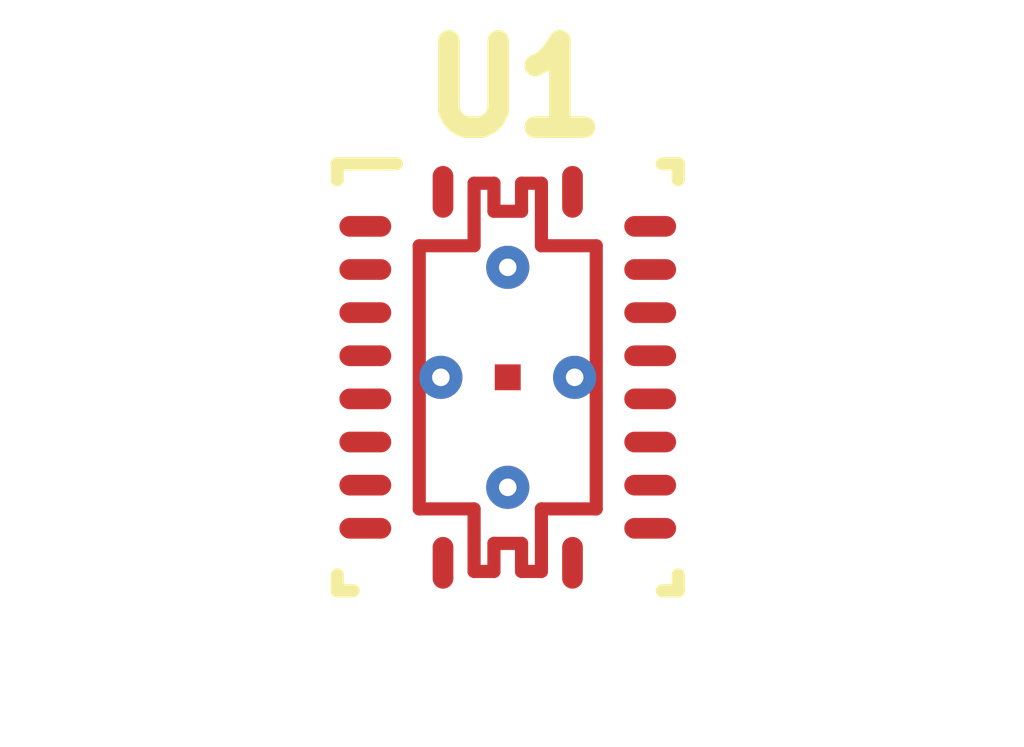
<source format=kicad_pcb>
(kicad_pcb (version 20171130) (host pcbnew 5.1.8-db9833491~88~ubuntu20.04.1)

  (general
    (thickness 1.6)
    (drawings 0)
    (tracks 0)
    (zones 0)
    (modules 1)
    (nets 1)
  )

  (page A4)
  (title_block
    (title "Boost DC Converter TPS61088RHLR Development Board")
    (date 2020-11-26)
    (rev V1.0)
    (company "Embedded System Labs")
  )

  (layers
    (0 F.Cu signal)
    (31 B.Cu signal)
    (32 B.Adhes user)
    (33 F.Adhes user)
    (34 B.Paste user)
    (35 F.Paste user)
    (36 B.SilkS user)
    (37 F.SilkS user)
    (38 B.Mask user)
    (39 F.Mask user)
    (40 Dwgs.User user)
    (41 Cmts.User user)
    (42 Eco1.User user)
    (43 Eco2.User user)
    (44 Edge.Cuts user)
    (45 Margin user)
    (46 B.CrtYd user)
    (47 F.CrtYd user)
    (48 B.Fab user)
    (49 F.Fab user)
  )

  (setup
    (last_trace_width 0.25)
    (trace_clearance 0.2)
    (zone_clearance 0.508)
    (zone_45_only no)
    (trace_min 0.2)
    (via_size 0.8)
    (via_drill 0.4)
    (via_min_size 0.4)
    (via_min_drill 0.3)
    (uvia_size 0.3)
    (uvia_drill 0.1)
    (uvias_allowed no)
    (uvia_min_size 0.2)
    (uvia_min_drill 0.1)
    (edge_width 0.05)
    (segment_width 0.2)
    (pcb_text_width 0.3)
    (pcb_text_size 1.5 1.5)
    (mod_edge_width 0.12)
    (mod_text_size 1 1)
    (mod_text_width 0.15)
    (pad_size 1.524 1.524)
    (pad_drill 0.762)
    (pad_to_mask_clearance 0)
    (aux_axis_origin 0 0)
    (visible_elements FFFFFF7F)
    (pcbplotparams
      (layerselection 0x010fc_ffffffff)
      (usegerberextensions false)
      (usegerberattributes true)
      (usegerberadvancedattributes true)
      (creategerberjobfile true)
      (excludeedgelayer true)
      (linewidth 0.100000)
      (plotframeref false)
      (viasonmask false)
      (mode 1)
      (useauxorigin false)
      (hpglpennumber 1)
      (hpglpenspeed 20)
      (hpglpendiameter 15.000000)
      (psnegative false)
      (psa4output false)
      (plotreference true)
      (plotvalue true)
      (plotinvisibletext false)
      (padsonsilk false)
      (subtractmaskfromsilk false)
      (outputformat 1)
      (mirror false)
      (drillshape 1)
      (scaleselection 1)
      (outputdirectory ""))
  )

  (net 0 "")

  (net_class Default "This is the default net class."
    (clearance 0.2)
    (trace_width 0.25)
    (via_dia 0.8)
    (via_drill 0.4)
    (uvia_dia 0.3)
    (uvia_drill 0.1)
  )

  (module Switching:TPS61088RHLR (layer F.Cu) (tedit 5FBFEEC0) (tstamp 5FC00F37)
    (at 148.85 99.02)
    (path /5FC00B81)
    (fp_text reference U1 (at 0.08 -3.35) (layer F.SilkS)
      (effects (font (size 1 1) (thickness 0.25)))
    )
    (fp_text value TPS61088RHLR (at 0.34 3.26) (layer F.SilkS) hide
      (effects (font (size 1 1) (thickness 0.15)))
    )
    (fp_circle (center -0.750001 -1.775) (end -0.450002 -1.775) (layer F.Fab) (width 0.1524))
    (fp_line (start 0.390078 -2.249998) (end 0.160078 -2.249998) (layer F.Cu) (width 0.1524))
    (fp_line (start 0.390081 -1.524925) (end 0.390078 -2.249998) (layer F.Cu) (width 0.1524))
    (fp_line (start 1.025081 -1.524925) (end 0.390081 -1.524925) (layer F.Cu) (width 0.1524))
    (fp_line (start 1.025081 1.525082) (end 1.025081 -1.524925) (layer F.Cu) (width 0.1524))
    (fp_line (start 0.390081 1.525082) (end 1.025081 1.525082) (layer F.Cu) (width 0.1524))
    (fp_line (start 0.390078 2.250006) (end 0.390081 1.525082) (layer F.Cu) (width 0.1524))
    (fp_line (start 0.160078 2.250006) (end 0.390078 2.250006) (layer F.Cu) (width 0.1524))
    (fp_line (start 0.160081 1.925081) (end 0.160078 2.250006) (layer F.Cu) (width 0.1524))
    (fp_line (start -0.159918 1.925081) (end 0.160081 1.925081) (layer F.Cu) (width 0.1524))
    (fp_line (start -0.159921 2.250003) (end -0.159918 1.925081) (layer F.Cu) (width 0.1524))
    (fp_line (start -0.38992 2.250003) (end -0.159921 2.250003) (layer F.Cu) (width 0.1524))
    (fp_line (start -0.389918 1.525082) (end -0.38992 2.250003) (layer F.Cu) (width 0.1524))
    (fp_line (start -1.024918 1.525082) (end -0.389918 1.525082) (layer F.Cu) (width 0.1524))
    (fp_line (start -1.024918 -1.524925) (end -1.024918 1.525082) (layer F.Cu) (width 0.1524))
    (fp_line (start -0.389918 -1.524925) (end -1.024918 -1.524925) (layer F.Cu) (width 0.1524))
    (fp_line (start -0.38992 -2.249996) (end -0.389918 -1.524925) (layer F.Cu) (width 0.1524))
    (fp_line (start -0.159921 -2.249996) (end -0.38992 -2.249996) (layer F.Cu) (width 0.1524))
    (fp_line (start -0.159918 -1.924924) (end -0.159921 -2.249996) (layer F.Cu) (width 0.1524))
    (fp_line (start 0.160081 -1.924924) (end -0.159918 -1.924924) (layer F.Cu) (width 0.1524))
    (fp_line (start 0.160078 -2.249998) (end 0.160081 -1.924924) (layer F.Cu) (width 0.1524))
    (fp_line (start -0.389918 1.627998) (end -0.389918 1.924997) (layer F.Paste) (width 0.1524))
    (fp_line (start 0.390083 1.627998) (end -0.389918 1.627998) (layer F.Paste) (width 0.1524))
    (fp_line (start 0.390083 1.924997) (end 0.390083 1.627998) (layer F.Paste) (width 0.1524))
    (fp_line (start -0.389918 1.924997) (end 0.390083 1.924997) (layer F.Paste) (width 0.1524))
    (fp_line (start -0.389918 -1.925) (end -0.389918 -1.628) (layer F.Paste) (width 0.1524))
    (fp_line (start 0.390083 -1.925) (end -0.389918 -1.925) (layer F.Paste) (width 0.1524))
    (fp_line (start 0.390083 -1.628) (end 0.390083 -1.925) (layer F.Paste) (width 0.1524))
    (fp_line (start -0.389918 -1.628) (end 0.390083 -1.628) (layer F.Paste) (width 0.1524))
    (fp_line (start 0.1 -1.428001) (end 0.1 -0.1) (layer F.Paste) (width 0.1524))
    (fp_line (start 1.017001 -1.428001) (end 0.1 -1.428001) (layer F.Paste) (width 0.1524))
    (fp_line (start 1.017001 -0.1) (end 1.017001 -1.428001) (layer F.Paste) (width 0.1524))
    (fp_line (start 0.1 -0.1) (end 1.017001 -0.1) (layer F.Paste) (width 0.1524))
    (fp_line (start -0.1 -0.1) (end -0.1 -1.428001) (layer F.Paste) (width 0.1524))
    (fp_line (start -1.017001 -0.1) (end -0.1 -0.1) (layer F.Paste) (width 0.1524))
    (fp_line (start -1.017001 -1.428001) (end -1.017001 -0.1) (layer F.Paste) (width 0.1524))
    (fp_line (start -0.1 -1.428001) (end -1.017001 -1.428001) (layer F.Paste) (width 0.1524))
    (fp_line (start -0.1 1.427998) (end -0.1 0.099997) (layer F.Paste) (width 0.1524))
    (fp_line (start -1.017001 1.427998) (end -0.1 1.427998) (layer F.Paste) (width 0.1524))
    (fp_line (start -1.017001 0.099997) (end -1.017001 1.427998) (layer F.Paste) (width 0.1524))
    (fp_line (start -0.1 0.099997) (end -1.017001 0.099997) (layer F.Paste) (width 0.1524))
    (fp_line (start 0.1 0.099997) (end 0.1 1.427998) (layer F.Paste) (width 0.1524))
    (fp_line (start 1.017001 0.099997) (end 0.1 0.099997) (layer F.Paste) (width 0.1524))
    (fp_line (start 1.017001 1.427998) (end 1.017001 0.099997) (layer F.Paste) (width 0.1524))
    (fp_line (start 0.1 1.427998) (end 1.017001 1.427998) (layer F.Paste) (width 0.1524))
    (fp_line (start 1.825081 2.32508) (end 1.825081 -2.32492) (layer F.Fab) (width 0.1524))
    (fp_line (start -1.824919 2.32508) (end -1.824919 -2.32492) (layer F.Fab) (width 0.1524))
    (fp_line (start -1.824919 2.32508) (end 1.825081 2.32508) (layer F.Fab) (width 0.1524))
    (fp_line (start -1.824919 -2.32492) (end 1.825081 -2.32492) (layer F.Fab) (width 0.1524))
    (fp_line (start -1.974919 -2.47492) (end -1.289919 -2.47492) (layer F.SilkS) (width 0.1524))
    (fp_line (start -1.974919 -2.289922) (end -1.974919 -2.47492) (layer F.SilkS) (width 0.1524))
    (fp_line (start 1.975081 -2.289922) (end 1.975081 -2.47492) (layer F.SilkS) (width 0.1524))
    (fp_line (start 1.790083 -2.47492) (end 1.975081 -2.47492) (layer F.SilkS) (width 0.1524))
    (fp_line (start 1.790083 2.47492) (end 1.975081 2.47492) (layer F.SilkS) (width 0.1524))
    (fp_line (start 1.975081 2.47492) (end 1.975081 2.289922) (layer F.SilkS) (width 0.1524))
    (fp_line (start -1.975081 2.47492) (end -1.790083 2.47492) (layer F.SilkS) (width 0.1524))
    (fp_line (start -1.975081 2.47492) (end -1.975081 2.289922) (layer F.SilkS) (width 0.1524))
    (fp_text user TPS61088RHLR (at 0.06 3.28) (layer F.Fab)
      (effects (font (size 1 1) (thickness 0.25)))
    )
    (pad 1 smd oval (at -0.74992 -2.150001) (size 0.24 0.599999) (layers F.Cu F.Paste F.Mask)
      (solder_mask_margin 0.03) (solder_paste_margin_ratio -0.08) (clearance 0.05))
    (pad 2 smd oval (at -1.649999 -1.74992 90) (size 0.24 0.599999) (layers F.Cu F.Paste F.Mask)
      (solder_mask_margin 0.03) (solder_paste_margin_ratio -0.08) (clearance 0.05))
    (pad 3 smd oval (at -1.649999 -1.249921 90) (size 0.24 0.599999) (layers F.Cu F.Paste F.Mask)
      (solder_mask_margin 0.03) (solder_paste_margin_ratio -0.08) (clearance 0.05))
    (pad 4 smd oval (at -1.649999 -0.74992 90) (size 0.24 0.599999) (layers F.Cu F.Paste F.Mask)
      (solder_mask_margin 0.03) (solder_paste_margin_ratio -0.08) (clearance 0.05))
    (pad 5 smd oval (at -1.649999 -0.249921 90) (size 0.24 0.599999) (layers F.Cu F.Paste F.Mask)
      (solder_mask_margin 0.03) (solder_paste_margin_ratio -0.08) (clearance 0.05))
    (pad 6 smd oval (at -1.649999 0.250078 90) (size 0.24 0.599999) (layers F.Cu F.Paste F.Mask)
      (solder_mask_margin 0.03) (solder_paste_margin_ratio -0.08) (clearance 0.05))
    (pad 7 smd oval (at -1.649999 0.75008 90) (size 0.24 0.599999) (layers F.Cu F.Paste F.Mask)
      (solder_mask_margin 0.03) (solder_paste_margin_ratio -0.08) (clearance 0.05))
    (pad 8 smd oval (at -1.649999 1.250079 90) (size 0.24 0.599999) (layers F.Cu F.Paste F.Mask)
      (solder_mask_margin 0.03) (solder_paste_margin_ratio -0.08) (clearance 0.05))
    (pad 9 smd oval (at -1.649999 1.75008 90) (size 0.24 0.599999) (layers F.Cu F.Paste F.Mask)
      (solder_mask_margin 0.03) (solder_paste_margin_ratio -0.08) (clearance 0.05))
    (pad 10 smd oval (at -0.74992 2.150001) (size 0.24 0.599999) (layers F.Cu F.Paste F.Mask)
      (solder_mask_margin 0.03) (solder_paste_margin_ratio -0.08) (clearance 0.05))
    (pad 11 smd oval (at 0.750082 2.150001) (size 0.24 0.599999) (layers F.Cu F.Paste F.Mask)
      (solder_mask_margin 0.03) (solder_paste_margin_ratio -0.08) (clearance 0.05))
    (pad 12 smd oval (at 1.649999 1.75008 90) (size 0.24 0.599999) (layers F.Cu F.Paste F.Mask)
      (solder_mask_margin 0.03) (solder_paste_margin_ratio -0.08) (clearance 0.05))
    (pad 13 smd oval (at 1.649999 1.250079 90) (size 0.24 0.599999) (layers F.Cu F.Paste F.Mask)
      (solder_mask_margin 0.03) (solder_paste_margin_ratio -0.08) (clearance 0.05))
    (pad 14 smd oval (at 1.649999 0.75008 90) (size 0.24 0.599999) (layers F.Cu F.Paste F.Mask)
      (solder_mask_margin 0.03) (solder_paste_margin_ratio -0.08) (clearance 0.05))
    (pad 15 smd oval (at 1.649999 0.250078 90) (size 0.24 0.599999) (layers F.Cu F.Paste F.Mask)
      (solder_mask_margin 0.03) (solder_paste_margin_ratio -0.08) (clearance 0.05))
    (pad 16 smd oval (at 1.649999 -0.249921 90) (size 0.24 0.599999) (layers F.Cu F.Paste F.Mask)
      (solder_mask_margin 0.03) (solder_paste_margin_ratio -0.08) (clearance 0.05))
    (pad 17 smd oval (at 1.649999 -0.74992 90) (size 0.24 0.599999) (layers F.Cu F.Paste F.Mask)
      (solder_mask_margin 0.03) (solder_paste_margin_ratio -0.08) (clearance 0.05))
    (pad 18 smd oval (at 1.649999 -1.249921 90) (size 0.24 0.599999) (layers F.Cu F.Paste F.Mask)
      (solder_mask_margin 0.03) (solder_paste_margin_ratio -0.08) (clearance 0.05))
    (pad 19 smd oval (at 1.649999 -1.74992 90) (size 0.24 0.599999) (layers F.Cu F.Paste F.Mask)
      (solder_mask_margin 0.03) (solder_paste_margin_ratio -0.08) (clearance 0.05))
    (pad 20 smd oval (at 0.750082 -2.150001) (size 0.24 0.599999) (layers F.Cu F.Paste F.Mask)
      (solder_mask_margin 0.03) (solder_paste_margin_ratio -0.08) (clearance 0.05))
    (pad 21 smd rect (at 0.000081 0.000079 90) (size 0.299999 0.299999) (layers F.Cu F.Paste F.Mask))
    (pad V thru_hole circle (at -0.775 0.000079) (size 0.499999 0.499999) (drill 0.2032) (layers *.Cu *.Mask))
    (pad V thru_hole circle (at 0 -1.275001) (size 0.499999 0.499999) (drill 0.2032) (layers *.Cu *.Mask))
    (pad V thru_hole circle (at 0.775 0.000079) (size 0.499999 0.499999) (drill 0.2032) (layers *.Cu *.Mask))
    (pad V thru_hole circle (at 0 1.275001) (size 0.499999 0.499999) (drill 0.2032) (layers *.Cu *.Mask))
  )

)

</source>
